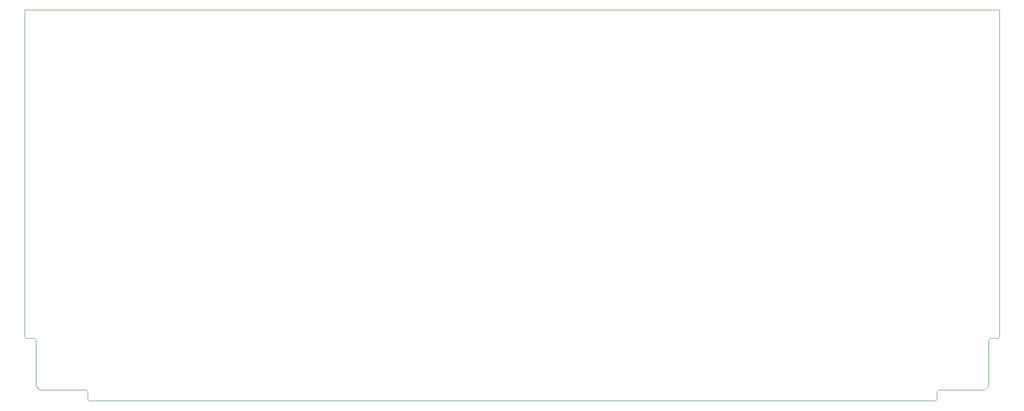
<source format=gko>
%FSLAX24Y24*%
%MOIN*%
G70*
G01*
G75*
G04 Layer_Color=16711935*
%ADD10C,0.0100*%
%ADD11C,0.0150*%
%ADD12R,0.0650X0.0098*%
%ADD13R,0.0098X0.0650*%
G04:AMPARAMS|DCode=14|XSize=39.4mil|YSize=98.4mil|CornerRadius=0mil|HoleSize=0mil|Usage=FLASHONLY|Rotation=225.000|XOffset=0mil|YOffset=0mil|HoleType=Round|Shape=Rectangle|*
%AMROTATEDRECTD14*
4,1,4,-0.0209,0.0487,0.0487,-0.0209,0.0209,-0.0487,-0.0487,0.0209,-0.0209,0.0487,0.0*
%
%ADD14ROTATEDRECTD14*%

G04:AMPARAMS|DCode=15|XSize=39.4mil|YSize=98.4mil|CornerRadius=0mil|HoleSize=0mil|Usage=FLASHONLY|Rotation=135.000|XOffset=0mil|YOffset=0mil|HoleType=Round|Shape=Rectangle|*
%AMROTATEDRECTD15*
4,1,4,0.0487,0.0209,-0.0209,-0.0487,-0.0487,-0.0209,0.0209,0.0487,0.0487,0.0209,0.0*
%
%ADD15ROTATEDRECTD15*%

%ADD16R,0.0300X0.0300*%
%ADD17R,0.0600X0.0500*%
%ADD18C,0.1969*%
%ADD19R,0.0300X0.0300*%
%ADD20R,0.0157X0.0532*%
%ADD21R,0.0591X0.0984*%
%ADD22R,0.1000X0.0500*%
%ADD23R,0.0300X0.0394*%
%ADD24R,0.1000X0.1400*%
%ADD25R,0.0360X0.0360*%
%ADD26R,0.0500X0.0360*%
%ADD27R,0.0800X0.0400*%
%ADD28R,0.0900X0.1200*%
%ADD29R,0.0591X0.0394*%
%ADD30R,0.0591X0.0394*%
%ADD31C,0.0394*%
%ADD32C,0.0315*%
%ADD33R,0.1500X0.0500*%
%ADD34R,0.0400X0.0400*%
%ADD35R,0.0360X0.0500*%
%ADD36R,0.0360X0.0360*%
%ADD37R,0.0400X0.0400*%
%ADD38R,0.0394X0.0630*%
%ADD39R,0.0472X0.0591*%
%ADD40R,0.0600X0.0200*%
%ADD41R,0.0500X0.0600*%
%ADD42C,0.0050*%
%ADD43C,0.0080*%
%ADD44C,0.0120*%
%ADD45C,0.0200*%
%ADD46C,0.0300*%
%ADD47C,0.0600*%
%ADD48C,0.1260*%
%ADD49C,0.0620*%
%ADD50C,0.0394*%
%ADD51C,0.0500*%
%ADD52O,0.0500X0.1969*%
%ADD53C,0.1200*%
%ADD54C,0.1000*%
%ADD55C,0.1250*%
%ADD56C,0.0200*%
%ADD57C,0.0250*%
%ADD58C,0.0060*%
%ADD59C,0.0040*%
%ADD60C,0.0010*%
%ADD61C,0.0070*%
%ADD62R,0.0050X0.0700*%
%ADD63R,0.1487X0.0100*%
%ADD64R,0.0891X0.0694*%
%ADD65R,0.0891X0.0694*%
%ADD66R,0.0730X0.0178*%
%ADD67R,0.0178X0.0730*%
G04:AMPARAMS|DCode=68|XSize=47.4mil|YSize=106.4mil|CornerRadius=0mil|HoleSize=0mil|Usage=FLASHONLY|Rotation=225.000|XOffset=0mil|YOffset=0mil|HoleType=Round|Shape=Rectangle|*
%AMROTATEDRECTD68*
4,1,4,-0.0209,0.0544,0.0544,-0.0209,0.0209,-0.0544,-0.0544,0.0209,-0.0209,0.0544,0.0*
%
%ADD68ROTATEDRECTD68*%

G04:AMPARAMS|DCode=69|XSize=47.4mil|YSize=106.4mil|CornerRadius=0mil|HoleSize=0mil|Usage=FLASHONLY|Rotation=135.000|XOffset=0mil|YOffset=0mil|HoleType=Round|Shape=Rectangle|*
%AMROTATEDRECTD69*
4,1,4,0.0544,0.0209,-0.0209,-0.0544,-0.0544,-0.0209,0.0209,0.0544,0.0544,0.0209,0.0*
%
%ADD69ROTATEDRECTD69*%

%ADD70R,0.0380X0.0380*%
%ADD71R,0.0680X0.0580*%
%ADD72C,0.2049*%
%ADD73R,0.0380X0.0380*%
%ADD74R,0.0237X0.0612*%
%ADD75R,0.0671X0.1064*%
%ADD76R,0.1080X0.0580*%
%ADD77R,0.0380X0.0474*%
%ADD78R,0.0528X0.0928*%
%ADD79R,0.0440X0.0440*%
%ADD80R,0.0580X0.0440*%
%ADD81R,0.0880X0.0480*%
%ADD82R,0.0980X0.1280*%
%ADD83C,0.0474*%
%ADD84C,0.0395*%
%ADD85R,0.1264X0.0264*%
%ADD86R,0.0480X0.0480*%
%ADD87R,0.0440X0.0580*%
%ADD88R,0.0440X0.0440*%
%ADD89R,0.0480X0.0480*%
%ADD90R,0.0474X0.0710*%
%ADD91R,0.0552X0.0671*%
%ADD92R,0.0680X0.0280*%
%ADD93R,0.0580X0.0680*%
%ADD94C,0.0680*%
%ADD95C,0.1340*%
%ADD96C,0.0700*%
%ADD97C,0.0474*%
%ADD98C,0.0580*%
%ADD99O,0.0580X0.2049*%
%ADD100C,0.1280*%
%ADD101C,0.1080*%
%ADD102C,0.1330*%
D59*
X-65250Y1000D02*
X-65000Y750D01*
X-65250Y1000D02*
Y4150D01*
X-61750Y100D02*
Y650D01*
X-66000Y4350D02*
X-65900Y4250D01*
X-61750Y100D02*
X-61650Y0D01*
X-65900Y4250D02*
X-65350D01*
X-65250Y4150D01*
X-65000Y750D02*
X-61850D01*
X-61750Y650D01*
X-750Y4150D02*
X-650Y4250D01*
X-750Y1000D02*
Y4150D01*
X-4250Y650D02*
X-4150Y750D01*
X-4250Y100D02*
Y650D01*
X-100Y4250D02*
X0Y4350D01*
X-4350Y0D02*
X-4250Y100D01*
X-650Y4250D02*
X-100D01*
X-4150Y750D02*
X-1000D01*
X-750Y1000D01*
X-66000Y26500D02*
X0D01*
X-61650Y0D02*
X-4350D01*
X-66000Y4350D02*
Y26500D01*
X0Y4350D02*
Y26500D01*
M02*

</source>
